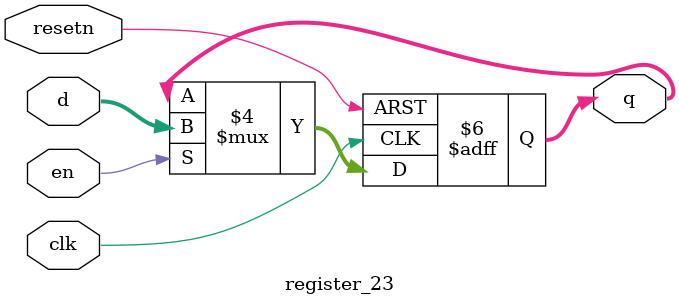
<source format=v>
module register_23(d,clk,resetn,en,q);
input clk;
input resetn;
input en;
input [1:0] d;
output [1:0] q;
reg [1:0] q;
always @(posedge clk or negedge resetn)		
begin
	if (resetn==0)
		q<=0;
	else if (en==1)
		q<=d;
end
endmodule
</source>
